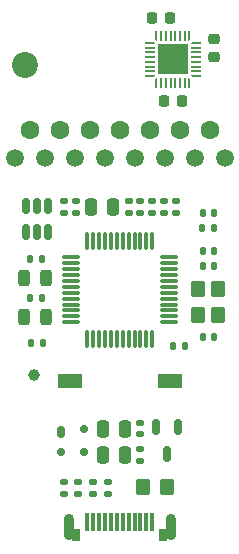
<source format=gbr>
%TF.GenerationSoftware,KiCad,Pcbnew,9.0.2+1*%
%TF.CreationDate,2025-08-04T10:31:06+02:00*%
%TF.ProjectId,ts13_dev_kit,74733133-5f64-4657-965f-6b69742e6b69,rev?*%
%TF.SameCoordinates,Original*%
%TF.FileFunction,Soldermask,Top*%
%TF.FilePolarity,Negative*%
%FSLAX46Y46*%
G04 Gerber Fmt 4.6, Leading zero omitted, Abs format (unit mm)*
G04 Created by KiCad (PCBNEW 9.0.2+1) date 2025-08-04 10:31:06*
%MOMM*%
%LPD*%
G01*
G04 APERTURE LIST*
G04 Aperture macros list*
%AMRoundRect*
0 Rectangle with rounded corners*
0 $1 Rounding radius*
0 $2 $3 $4 $5 $6 $7 $8 $9 X,Y pos of 4 corners*
0 Add a 4 corners polygon primitive as box body*
4,1,4,$2,$3,$4,$5,$6,$7,$8,$9,$2,$3,0*
0 Add four circle primitives for the rounded corners*
1,1,$1+$1,$2,$3*
1,1,$1+$1,$4,$5*
1,1,$1+$1,$6,$7*
1,1,$1+$1,$8,$9*
0 Add four rect primitives between the rounded corners*
20,1,$1+$1,$2,$3,$4,$5,0*
20,1,$1+$1,$4,$5,$6,$7,0*
20,1,$1+$1,$6,$7,$8,$9,0*
20,1,$1+$1,$8,$9,$2,$3,0*%
%AMFreePoly0*
4,1,14,0.314644,0.085355,0.385355,0.014644,0.400000,-0.020711,0.400000,-0.050000,0.385355,-0.085355,0.350000,-0.100000,-0.350000,-0.100000,-0.385355,-0.085355,-0.400000,-0.050000,-0.400000,0.050000,-0.385355,0.085355,-0.350000,0.100000,0.279289,0.100000,0.314644,0.085355,0.314644,0.085355,$1*%
%AMFreePoly1*
4,1,14,0.385355,0.085355,0.400000,0.050000,0.400000,0.020711,0.385355,-0.014644,0.314644,-0.085355,0.279289,-0.100000,-0.350000,-0.100000,-0.385355,-0.085355,-0.400000,-0.050000,-0.400000,0.050000,-0.385355,0.085355,-0.350000,0.100000,0.350000,0.100000,0.385355,0.085355,0.385355,0.085355,$1*%
%AMFreePoly2*
4,1,14,0.085355,0.385355,0.100000,0.350000,0.100000,-0.350000,0.085355,-0.385355,0.050000,-0.400000,-0.050000,-0.400000,-0.085355,-0.385355,-0.100000,-0.350000,-0.100000,0.279289,-0.085355,0.314644,-0.014644,0.385355,0.020711,0.400000,0.050000,0.400000,0.085355,0.385355,0.085355,0.385355,$1*%
%AMFreePoly3*
4,1,14,0.014644,0.385355,0.085355,0.314644,0.100000,0.279289,0.100000,-0.350000,0.085355,-0.385355,0.050000,-0.400000,-0.050000,-0.400000,-0.085355,-0.385355,-0.100000,-0.350000,-0.100000,0.350000,-0.085355,0.385355,-0.050000,0.400000,-0.020711,0.400000,0.014644,0.385355,0.014644,0.385355,$1*%
%AMFreePoly4*
4,1,14,0.385355,0.085355,0.400000,0.050000,0.400000,-0.050000,0.385355,-0.085355,0.350000,-0.100000,-0.279289,-0.100000,-0.314644,-0.085355,-0.385355,-0.014644,-0.400000,0.020711,-0.400000,0.050000,-0.385355,0.085355,-0.350000,0.100000,0.350000,0.100000,0.385355,0.085355,0.385355,0.085355,$1*%
%AMFreePoly5*
4,1,14,0.385355,0.085355,0.400000,0.050000,0.400000,-0.050000,0.385355,-0.085355,0.350000,-0.100000,-0.350000,-0.100000,-0.385355,-0.085355,-0.400000,-0.050000,-0.400000,-0.020711,-0.385355,0.014644,-0.314644,0.085355,-0.279289,0.100000,0.350000,0.100000,0.385355,0.085355,0.385355,0.085355,$1*%
%AMFreePoly6*
4,1,14,0.085355,0.385355,0.100000,0.350000,0.100000,-0.279289,0.085355,-0.314644,0.014644,-0.385355,-0.020711,-0.400000,-0.050000,-0.400000,-0.085355,-0.385355,-0.100000,-0.350000,-0.100000,0.350000,-0.085355,0.385355,-0.050000,0.400000,0.050000,0.400000,0.085355,0.385355,0.085355,0.385355,$1*%
%AMFreePoly7*
4,1,14,0.085355,0.385355,0.100000,0.350000,0.100000,-0.350000,0.085355,-0.385355,0.050000,-0.400000,0.020711,-0.400000,-0.014644,-0.385355,-0.085355,-0.314644,-0.100000,-0.279289,-0.100000,0.350000,-0.085355,0.385355,-0.050000,0.400000,0.050000,0.400000,0.085355,0.385355,0.085355,0.385355,$1*%
G04 Aperture macros list end*
%ADD10RoundRect,0.135000X-0.135000X-0.185000X0.135000X-0.185000X0.135000X0.185000X-0.135000X0.185000X0*%
%ADD11RoundRect,0.243750X-0.243750X-0.456250X0.243750X-0.456250X0.243750X0.456250X-0.243750X0.456250X0*%
%ADD12RoundRect,0.225000X-0.225000X-0.250000X0.225000X-0.250000X0.225000X0.250000X-0.225000X0.250000X0*%
%ADD13R,0.300000X1.500000*%
%ADD14O,0.850000X2.250000*%
%ADD15R,0.800000X1.000000*%
%ADD16RoundRect,0.140000X-0.170000X0.140000X-0.170000X-0.140000X0.170000X-0.140000X0.170000X0.140000X0*%
%ADD17RoundRect,0.150000X-0.150000X0.512500X-0.150000X-0.512500X0.150000X-0.512500X0.150000X0.512500X0*%
%ADD18RoundRect,0.250000X-0.250000X-0.475000X0.250000X-0.475000X0.250000X0.475000X-0.250000X0.475000X0*%
%ADD19RoundRect,0.135000X-0.185000X0.135000X-0.185000X-0.135000X0.185000X-0.135000X0.185000X0.135000X0*%
%ADD20C,1.600000*%
%ADD21C,1.500000*%
%ADD22R,2.000000X1.250000*%
%ADD23RoundRect,0.140000X0.140000X0.170000X-0.140000X0.170000X-0.140000X-0.170000X0.140000X-0.170000X0*%
%ADD24FreePoly0,0.000000*%
%ADD25RoundRect,0.050000X-0.350000X-0.050000X0.350000X-0.050000X0.350000X0.050000X-0.350000X0.050000X0*%
%ADD26FreePoly1,0.000000*%
%ADD27FreePoly2,0.000000*%
%ADD28RoundRect,0.050000X-0.050000X-0.350000X0.050000X-0.350000X0.050000X0.350000X-0.050000X0.350000X0*%
%ADD29FreePoly3,0.000000*%
%ADD30FreePoly4,0.000000*%
%ADD31FreePoly5,0.000000*%
%ADD32FreePoly6,0.000000*%
%ADD33FreePoly7,0.000000*%
%ADD34R,2.650000X2.650000*%
%ADD35RoundRect,0.250000X0.350000X-0.450000X0.350000X0.450000X-0.350000X0.450000X-0.350000X-0.450000X0*%
%ADD36RoundRect,0.225000X0.225000X0.250000X-0.225000X0.250000X-0.225000X-0.250000X0.225000X-0.250000X0*%
%ADD37RoundRect,0.225000X0.250000X-0.225000X0.250000X0.225000X-0.250000X0.225000X-0.250000X-0.225000X0*%
%ADD38RoundRect,0.075000X0.662500X0.075000X-0.662500X0.075000X-0.662500X-0.075000X0.662500X-0.075000X0*%
%ADD39RoundRect,0.075000X0.075000X0.662500X-0.075000X0.662500X-0.075000X-0.662500X0.075000X-0.662500X0*%
%ADD40RoundRect,0.135000X0.185000X-0.135000X0.185000X0.135000X-0.185000X0.135000X-0.185000X-0.135000X0*%
%ADD41RoundRect,0.250000X-0.350000X-0.450000X0.350000X-0.450000X0.350000X0.450000X-0.350000X0.450000X0*%
%ADD42RoundRect,0.250000X0.250000X0.475000X-0.250000X0.475000X-0.250000X-0.475000X0.250000X-0.475000X0*%
%ADD43RoundRect,0.150000X0.150000X-0.512500X0.150000X0.512500X-0.150000X0.512500X-0.150000X-0.512500X0*%
%ADD44RoundRect,0.140000X-0.140000X-0.170000X0.140000X-0.170000X0.140000X0.170000X-0.140000X0.170000X0*%
%ADD45C,2.200000*%
%ADD46RoundRect,0.135000X0.135000X0.185000X-0.135000X0.185000X-0.135000X-0.185000X0.135000X-0.185000X0*%
%ADD47RoundRect,0.175000X-0.175000X-0.325000X0.175000X-0.325000X0.175000X0.325000X-0.175000X0.325000X0*%
%ADD48RoundRect,0.150000X-0.200000X-0.150000X0.200000X-0.150000X0.200000X0.150000X-0.200000X0.150000X0*%
%ADD49C,1.000000*%
G04 APERTURE END LIST*
D10*
%TO.C,R14*%
X122390000Y-71900000D03*
X123410000Y-71900000D03*
%TD*%
D11*
%TO.C,D2*%
X121862500Y-73500000D03*
X123737500Y-73500000D03*
%TD*%
D12*
%TO.C,C2*%
X133725000Y-58500000D03*
X135275000Y-58500000D03*
%TD*%
D13*
%TO.C,J1*%
X132750000Y-94190000D03*
X132250000Y-94190000D03*
X131750000Y-94190000D03*
X131250000Y-94190000D03*
X128750000Y-94190000D03*
X128250000Y-94190000D03*
X127750000Y-94190000D03*
X127250000Y-94190000D03*
X129250000Y-94190000D03*
X129750000Y-94190000D03*
X130250000Y-94190000D03*
X130750000Y-94190000D03*
D14*
X125700000Y-94600000D03*
D15*
X126300000Y-95250000D03*
X133700000Y-95250000D03*
D14*
X134300000Y-94600000D03*
%TD*%
D16*
%TO.C,C13*%
X126250000Y-67020000D03*
X126250000Y-67980000D03*
%TD*%
D17*
%TO.C,IC3*%
X134950000Y-86112500D03*
X133050000Y-86112500D03*
X134000000Y-88387500D03*
%TD*%
D18*
%TO.C,C14*%
X127550000Y-67500000D03*
X129450000Y-67500000D03*
%TD*%
D19*
%TO.C,R7*%
X134750000Y-66940000D03*
X134750000Y-67960000D03*
%TD*%
%TO.C,R3*%
X131750000Y-66940000D03*
X131750000Y-67960000D03*
%TD*%
D20*
%TO.C,PAD3*%
X124900000Y-61000000D03*
%TD*%
D21*
%TO.C,H4*%
X136330000Y-63350000D03*
%TD*%
%TO.C,H1*%
X121090000Y-63350000D03*
%TD*%
D10*
%TO.C,R1*%
X138010000Y-69250000D03*
X136990000Y-69250000D03*
%TD*%
D20*
%TO.C,PAD4*%
X135060000Y-61000000D03*
%TD*%
D22*
%TO.C,SW1*%
X134250000Y-82250000D03*
X125750000Y-82250000D03*
%TD*%
D20*
%TO.C,PAD6*%
X129980000Y-61000000D03*
%TD*%
D23*
%TO.C,C9*%
X135480000Y-79250000D03*
X134520000Y-79250000D03*
%TD*%
D24*
%TO.C,IC1*%
X132550000Y-53600000D03*
D25*
X132550000Y-54000000D03*
X132550000Y-54400000D03*
X132550000Y-54800000D03*
X132550000Y-55200000D03*
X132550000Y-55600000D03*
X132550000Y-56000000D03*
D26*
X132550000Y-56400000D03*
D27*
X133100000Y-56950000D03*
D28*
X133500000Y-56950000D03*
X133900000Y-56950000D03*
X134300000Y-56950000D03*
X134700000Y-56950000D03*
X135100000Y-56950000D03*
X135500000Y-56950000D03*
D29*
X135900000Y-56950000D03*
D30*
X136450000Y-56400000D03*
D25*
X136450000Y-56000000D03*
X136450000Y-55600000D03*
X136450000Y-55200000D03*
X136450000Y-54800000D03*
X136450000Y-54400000D03*
X136450000Y-54000000D03*
D31*
X136450000Y-53600000D03*
D32*
X135900000Y-53050000D03*
D28*
X135500000Y-53050000D03*
X135100000Y-53050000D03*
X134700000Y-53050000D03*
X134300000Y-53050000D03*
X133900000Y-53050000D03*
X133500000Y-53050000D03*
D33*
X133100000Y-53050000D03*
D34*
X134500000Y-55000000D03*
%TD*%
D35*
%TO.C,X1*%
X138350000Y-76600000D03*
X138350000Y-74400000D03*
X136650000Y-74400000D03*
X136650000Y-76600000D03*
%TD*%
D16*
%TO.C,C5*%
X131750000Y-88020000D03*
X131750000Y-88980000D03*
%TD*%
D11*
%TO.C,D1*%
X121862500Y-76800000D03*
X123737500Y-76800000D03*
%TD*%
D10*
%TO.C,R13*%
X122390000Y-75200000D03*
X123410000Y-75200000D03*
%TD*%
D36*
%TO.C,C1*%
X134275000Y-51500000D03*
X132725000Y-51500000D03*
%TD*%
D20*
%TO.C,PAD2*%
X137600000Y-61000000D03*
%TD*%
D37*
%TO.C,C3*%
X138000000Y-54775000D03*
X138000000Y-53225000D03*
%TD*%
D23*
%TO.C,C11*%
X137980000Y-78500000D03*
X137020000Y-78500000D03*
%TD*%
D38*
%TO.C,IC2*%
X134162500Y-77250000D03*
X134162500Y-76750000D03*
X134162500Y-76250000D03*
X134162500Y-75750000D03*
X134162500Y-75250000D03*
X134162500Y-74750000D03*
X134162500Y-74250000D03*
X134162500Y-73750000D03*
X134162500Y-73250000D03*
X134162500Y-72750000D03*
X134162500Y-72250000D03*
X134162500Y-71750000D03*
D39*
X132750000Y-70337500D03*
X132250000Y-70337500D03*
X131750000Y-70337500D03*
X131250000Y-70337500D03*
X130750000Y-70337500D03*
X130250000Y-70337500D03*
X129750000Y-70337500D03*
X129250000Y-70337500D03*
X128750000Y-70337500D03*
X128250000Y-70337500D03*
X127750000Y-70337500D03*
X127250000Y-70337500D03*
D38*
X125837500Y-71750000D03*
X125837500Y-72250000D03*
X125837500Y-72750000D03*
X125837500Y-73250000D03*
X125837500Y-73750000D03*
X125837500Y-74250000D03*
X125837500Y-74750000D03*
X125837500Y-75250000D03*
X125837500Y-75750000D03*
X125837500Y-76250000D03*
X125837500Y-76750000D03*
X125837500Y-77250000D03*
D39*
X127250000Y-78662500D03*
X127750000Y-78662500D03*
X128250000Y-78662500D03*
X128750000Y-78662500D03*
X129250000Y-78662500D03*
X129750000Y-78662500D03*
X130250000Y-78662500D03*
X130750000Y-78662500D03*
X131250000Y-78662500D03*
X131750000Y-78662500D03*
X132250000Y-78662500D03*
X132750000Y-78662500D03*
%TD*%
D21*
%TO.C,H6*%
X133790000Y-63350000D03*
%TD*%
D40*
%TO.C,R12*%
X125250000Y-68010000D03*
X125250000Y-66990000D03*
%TD*%
D41*
%TO.C,F1*%
X131959484Y-91208019D03*
X133959484Y-91208019D03*
%TD*%
D42*
%TO.C,C4*%
X130450000Y-88500000D03*
X128550000Y-88500000D03*
%TD*%
D21*
%TO.C,H3*%
X126170000Y-63350000D03*
%TD*%
D19*
%TO.C,R5*%
X133750000Y-66940000D03*
X133750000Y-67960000D03*
%TD*%
D20*
%TO.C,PAD1*%
X122360000Y-61000000D03*
%TD*%
D21*
%TO.C,H2*%
X123630000Y-63350000D03*
%TD*%
D43*
%TO.C,IC4*%
X122050000Y-69637500D03*
X123000000Y-69637500D03*
X123950000Y-69637500D03*
X123950000Y-67362500D03*
X123000000Y-67362500D03*
X122050000Y-67362500D03*
%TD*%
D40*
%TO.C,R10*%
X126500000Y-91760000D03*
X126500000Y-90740000D03*
%TD*%
D21*
%TO.C,H5*%
X138870000Y-63350000D03*
%TD*%
D20*
%TO.C,PAD7*%
X127440000Y-61000000D03*
%TD*%
D21*
%TO.C,H8*%
X131250000Y-63350000D03*
%TD*%
D44*
%TO.C,C12*%
X137020000Y-72500000D03*
X137980000Y-72500000D03*
%TD*%
D19*
%TO.C,R2*%
X130750000Y-66940000D03*
X130750000Y-67960000D03*
%TD*%
%TO.C,R11*%
X127750000Y-90740000D03*
X127750000Y-91760000D03*
%TD*%
D44*
%TO.C,C10*%
X137020000Y-71250000D03*
X137980000Y-71250000D03*
%TD*%
D45*
%TO.C,H9*%
X122000000Y-55500000D03*
%TD*%
D23*
%TO.C,C8*%
X137980000Y-68000000D03*
X137020000Y-68000000D03*
%TD*%
D20*
%TO.C,PAD5*%
X132520000Y-61000000D03*
%TD*%
D42*
%TO.C,C7*%
X130450000Y-86250000D03*
X128550000Y-86250000D03*
%TD*%
D16*
%TO.C,C6*%
X131750000Y-85770000D03*
X131750000Y-86730000D03*
%TD*%
D19*
%TO.C,R4*%
X132750000Y-66940000D03*
X132750000Y-67960000D03*
%TD*%
D40*
%TO.C,R8*%
X129000000Y-91760000D03*
X129000000Y-90740000D03*
%TD*%
D21*
%TO.C,H7*%
X128710000Y-63350000D03*
%TD*%
D40*
%TO.C,R9*%
X125250000Y-91760000D03*
X125250000Y-90740000D03*
%TD*%
D46*
%TO.C,R6*%
X123510000Y-79000000D03*
X122490000Y-79000000D03*
%TD*%
D47*
%TO.C,D3*%
X125000000Y-86500000D03*
D48*
X125000000Y-88200000D03*
X127000000Y-88200000D03*
X127000000Y-86300000D03*
%TD*%
D49*
%TO.C,FID1*%
X122750000Y-81750000D03*
%TD*%
M02*

</source>
